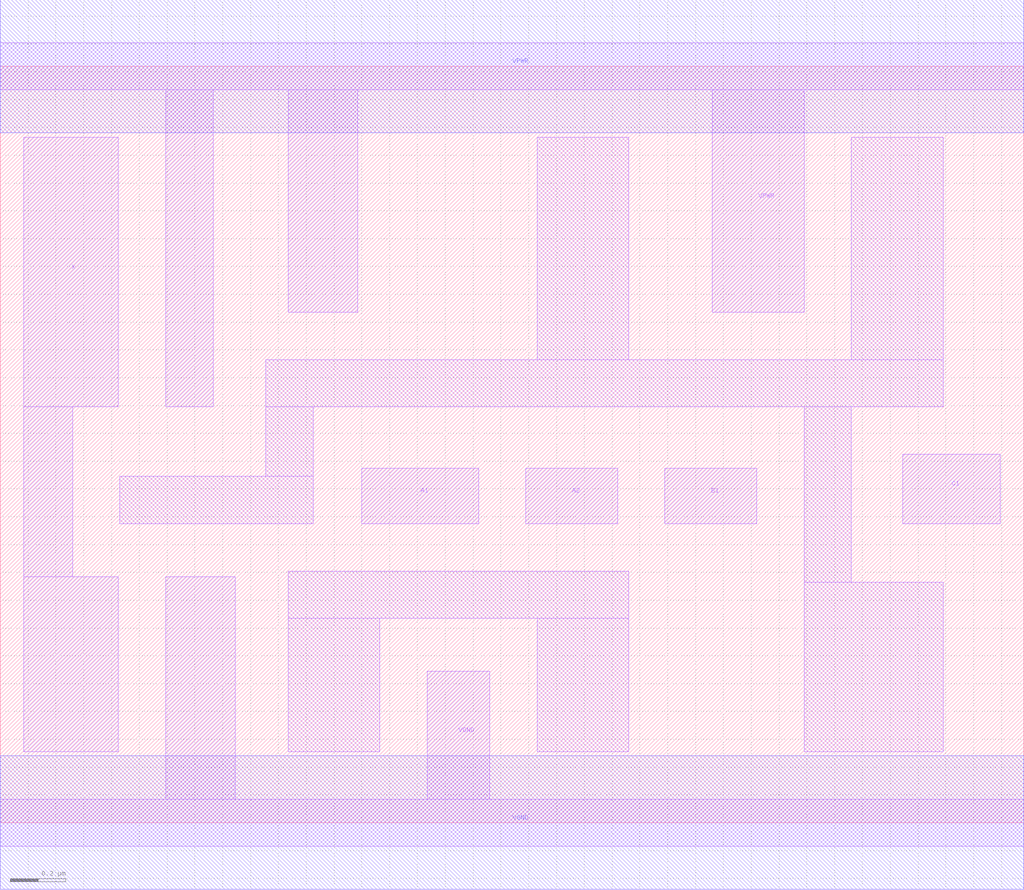
<source format=lef>
# Copyright 2020 The SkyWater PDK Authors
#
# Licensed under the Apache License, Version 2.0 (the "License");
# you may not use this file except in compliance with the License.
# You may obtain a copy of the License at
#
#     https://www.apache.org/licenses/LICENSE-2.0
#
# Unless required by applicable law or agreed to in writing, software
# distributed under the License is distributed on an "AS IS" BASIS,
# WITHOUT WARRANTIES OR CONDITIONS OF ANY KIND, either express or implied.
# See the License for the specific language governing permissions and
# limitations under the License.
#
# SPDX-License-Identifier: Apache-2.0

VERSION 5.5 ;
NAMESCASESENSITIVE ON ;
BUSBITCHARS "[]" ;
DIVIDERCHAR "/" ;
MACRO sky130_fd_sc_hd__o211a_1
  CLASS CORE ;
  SOURCE USER ;
  ORIGIN  0.000000  0.000000 ;
  SIZE  3.680000 BY  2.720000 ;
  SYMMETRY X Y R90 ;
  SITE unithd ;
  PIN A1
    ANTENNAGATEAREA  0.247500 ;
    DIRECTION INPUT ;
    USE SIGNAL ;
    PORT
      LAYER li1 ;
        RECT 1.300000 1.075000 1.720000 1.275000 ;
    END
  END A1
  PIN A2
    ANTENNAGATEAREA  0.247500 ;
    DIRECTION INPUT ;
    USE SIGNAL ;
    PORT
      LAYER li1 ;
        RECT 1.890000 1.075000 2.220000 1.275000 ;
    END
  END A2
  PIN B1
    ANTENNAGATEAREA  0.247500 ;
    DIRECTION INPUT ;
    USE SIGNAL ;
    PORT
      LAYER li1 ;
        RECT 2.390000 1.075000 2.720000 1.275000 ;
    END
  END B1
  PIN C1
    ANTENNAGATEAREA  0.247500 ;
    DIRECTION INPUT ;
    USE SIGNAL ;
    PORT
      LAYER li1 ;
        RECT 3.245000 1.075000 3.595000 1.325000 ;
    END
  END C1
  PIN X
    ANTENNADIFFAREA  0.429000 ;
    DIRECTION OUTPUT ;
    USE SIGNAL ;
    PORT
      LAYER li1 ;
        RECT 0.085000 0.255000 0.425000 0.885000 ;
        RECT 0.085000 0.885000 0.260000 1.495000 ;
        RECT 0.085000 1.495000 0.425000 2.465000 ;
    END
  END X
  PIN VGND
    DIRECTION INOUT ;
    SHAPE ABUTMENT ;
    USE GROUND ;
    PORT
      LAYER li1 ;
        RECT 0.000000 -0.085000 3.680000 0.085000 ;
        RECT 0.595000  0.085000 0.845000 0.885000 ;
        RECT 1.535000  0.085000 1.760000 0.545000 ;
    END
    PORT
      LAYER met1 ;
        RECT 0.000000 -0.240000 3.680000 0.240000 ;
    END
  END VGND
  PIN VPWR
    DIRECTION INOUT ;
    SHAPE ABUTMENT ;
    USE POWER ;
    PORT
      LAYER li1 ;
        RECT 0.000000 2.635000 3.680000 2.805000 ;
        RECT 0.595000 1.495000 0.765000 2.635000 ;
        RECT 1.035000 1.835000 1.285000 2.635000 ;
        RECT 2.560000 1.835000 2.890000 2.635000 ;
    END
    PORT
      LAYER met1 ;
        RECT 0.000000 2.480000 3.680000 2.960000 ;
    END
  END VPWR
  OBS
    LAYER li1 ;
      RECT 0.430000 1.075000 1.125000 1.245000 ;
      RECT 0.955000 1.245000 1.125000 1.495000 ;
      RECT 0.955000 1.495000 3.390000 1.665000 ;
      RECT 1.035000 0.255000 1.365000 0.735000 ;
      RECT 1.035000 0.735000 2.260000 0.905000 ;
      RECT 1.930000 0.255000 2.260000 0.735000 ;
      RECT 1.930000 1.665000 2.260000 2.465000 ;
      RECT 2.890000 0.255000 3.390000 0.865000 ;
      RECT 2.890000 0.865000 3.060000 1.495000 ;
      RECT 3.060000 1.665000 3.390000 2.465000 ;
  END
END sky130_fd_sc_hd__o211a_1
END LIBRARY

</source>
